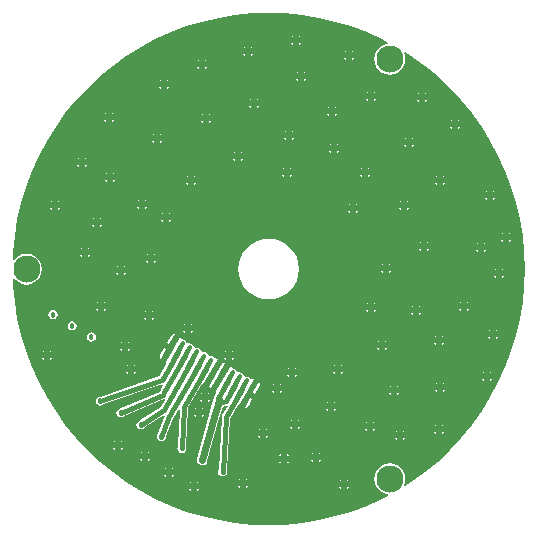
<source format=gtl>
G04*
G04 #@! TF.GenerationSoftware,Altium Limited,Altium Designer,20.1.14 (287)*
G04*
G04 Layer_Physical_Order=1*
G04 Layer_Color=255*
%FSLAX25Y25*%
%MOIN*%
G70*
G04*
G04 #@! TF.SameCoordinates,B8DE9612-172B-4E27-A0E0-44EA1AA92255*
G04*
G04*
G04 #@! TF.FilePolarity,Positive*
G04*
G01*
G75*
G04:AMPARAMS|DCode=12|XSize=15.75mil|YSize=80mil|CornerRadius=3.94mil|HoleSize=0mil|Usage=FLASHONLY|Rotation=150.000|XOffset=0mil|YOffset=0mil|HoleType=Round|Shape=RoundedRectangle|*
%AMROUNDEDRECTD12*
21,1,0.01575,0.07213,0,0,150.0*
21,1,0.00787,0.08000,0,0,150.0*
1,1,0.00787,0.01462,0.03320*
1,1,0.00787,0.02144,0.02926*
1,1,0.00787,-0.01462,-0.03320*
1,1,0.00787,-0.02144,-0.02926*
%
%ADD12ROUNDEDRECTD12*%
%ADD16C,0.02362*%
%ADD17C,0.01500*%
%ADD18C,0.01800*%
%ADD19C,0.09055*%
G36*
X5584Y85202D02*
X11145Y84654D01*
X16658Y83744D01*
X22099Y82476D01*
X27446Y80853D01*
X32675Y78885D01*
X37765Y76579D01*
X39789Y75498D01*
X39695Y74981D01*
X39016Y74891D01*
X37768Y74375D01*
X36697Y73553D01*
X35875Y72482D01*
X35359Y71234D01*
X35182Y69896D01*
X35359Y68557D01*
X35875Y67310D01*
X36697Y66239D01*
X37768Y65417D01*
X39016Y64900D01*
X40354Y64724D01*
X41693Y64900D01*
X42940Y65417D01*
X44011Y66239D01*
X44833Y67310D01*
X45350Y68557D01*
X45526Y69896D01*
X45350Y71234D01*
X45088Y71867D01*
X45488Y72207D01*
X47437Y70995D01*
X51979Y67740D01*
X56298Y64196D01*
X60376Y60376D01*
X64196Y56298D01*
X67740Y51979D01*
X70995Y47437D01*
X73945Y42692D01*
X76579Y37765D01*
X78885Y32675D01*
X80853Y27446D01*
X82476Y22099D01*
X83744Y16658D01*
X84654Y11145D01*
X85202Y5584D01*
X85385Y0D01*
X85202Y-5584D01*
X84654Y-11145D01*
X83744Y-16658D01*
X82476Y-22099D01*
X80853Y-27446D01*
X78885Y-32675D01*
X76579Y-37765D01*
X73945Y-42693D01*
X70995Y-47437D01*
X67740Y-51979D01*
X64196Y-56298D01*
X60376Y-60376D01*
X56298Y-64196D01*
X51979Y-67740D01*
X47437Y-70995D01*
X45488Y-72207D01*
X45088Y-71867D01*
X45350Y-71234D01*
X45526Y-69896D01*
X45350Y-68557D01*
X44833Y-67310D01*
X44011Y-66239D01*
X42940Y-65417D01*
X41693Y-64900D01*
X40354Y-64724D01*
X39016Y-64900D01*
X37768Y-65417D01*
X36697Y-66239D01*
X35875Y-67310D01*
X35359Y-68557D01*
X35182Y-69896D01*
X35359Y-71234D01*
X35875Y-72482D01*
X36697Y-73553D01*
X37768Y-74375D01*
X39016Y-74891D01*
X39695Y-74981D01*
X39789Y-75497D01*
X37765Y-76579D01*
X32675Y-78885D01*
X27446Y-80853D01*
X22099Y-82476D01*
X16658Y-83744D01*
X11145Y-84654D01*
X5584Y-85202D01*
X0Y-85385D01*
X-5584Y-85202D01*
X-11145Y-84654D01*
X-16658Y-83744D01*
X-22099Y-82476D01*
X-27446Y-80853D01*
X-32675Y-78885D01*
X-37765Y-76579D01*
X-42692Y-73945D01*
X-47437Y-70995D01*
X-51979Y-67740D01*
X-56298Y-64196D01*
X-60376Y-60376D01*
X-64196Y-56298D01*
X-67740Y-51979D01*
X-70995Y-47437D01*
X-73945Y-42692D01*
X-76579Y-37765D01*
X-78885Y-32675D01*
X-80853Y-27446D01*
X-82476Y-22099D01*
X-83744Y-16658D01*
X-84654Y-11145D01*
X-85202Y-5584D01*
X-85277Y-3291D01*
X-84783Y-3114D01*
X-84366Y-3657D01*
X-83295Y-4479D01*
X-82047Y-4996D01*
X-80709Y-5172D01*
X-79370Y-4996D01*
X-78123Y-4479D01*
X-77052Y-3657D01*
X-76230Y-2586D01*
X-75713Y-1339D01*
X-75537Y0D01*
X-75713Y1339D01*
X-76230Y2586D01*
X-77052Y3657D01*
X-78123Y4479D01*
X-79370Y4996D01*
X-80709Y5172D01*
X-82047Y4996D01*
X-83295Y4479D01*
X-84366Y3657D01*
X-84783Y3114D01*
X-85277Y3291D01*
X-85202Y5584D01*
X-84654Y11145D01*
X-83744Y16658D01*
X-82476Y22099D01*
X-80853Y27446D01*
X-78885Y32675D01*
X-76579Y37765D01*
X-73945Y42692D01*
X-70995Y47437D01*
X-67740Y51979D01*
X-64196Y56298D01*
X-60376Y60376D01*
X-56298Y64196D01*
X-51979Y67740D01*
X-47437Y70995D01*
X-42692Y73945D01*
X-37765Y76579D01*
X-32675Y78885D01*
X-27446Y80853D01*
X-22099Y82476D01*
X-16658Y83744D01*
X-11145Y84654D01*
X-5584Y85202D01*
X0Y85385D01*
X5584Y85202D01*
D02*
G37*
%LPC*%
G36*
X10233Y77895D02*
Y77278D01*
X10850D01*
X10603Y77648D01*
X10233Y77895D01*
D02*
G37*
G36*
X8233D02*
X7863Y77648D01*
X7616Y77278D01*
X8233D01*
Y77895D01*
D02*
G37*
G36*
X10850Y75278D02*
X10233D01*
Y74661D01*
X10603Y74908D01*
X10850Y75278D01*
D02*
G37*
G36*
X8233D02*
X7616D01*
X7863Y74908D01*
X8233Y74661D01*
Y75278D01*
D02*
G37*
G36*
X-5767Y74395D02*
Y73778D01*
X-5150D01*
X-5397Y74147D01*
X-5767Y74395D01*
D02*
G37*
G36*
X-7767D02*
X-8137Y74147D01*
X-8384Y73778D01*
X-7767D01*
Y74395D01*
D02*
G37*
G36*
X27733Y72895D02*
Y72278D01*
X28350D01*
X28103Y72648D01*
X27733Y72895D01*
D02*
G37*
G36*
X25733D02*
X25363Y72648D01*
X25116Y72278D01*
X25733D01*
Y72895D01*
D02*
G37*
G36*
X-5150Y71778D02*
X-5767D01*
Y71161D01*
X-5397Y71408D01*
X-5150Y71778D01*
D02*
G37*
G36*
X-7767D02*
X-8384D01*
X-8137Y71408D01*
X-7767Y71161D01*
Y71778D01*
D02*
G37*
G36*
X28350Y70278D02*
X27733D01*
Y69661D01*
X28103Y69908D01*
X28350Y70278D01*
D02*
G37*
G36*
X25733D02*
X25116D01*
X25363Y69908D01*
X25733Y69661D01*
Y70278D01*
D02*
G37*
G36*
X-21267Y69895D02*
Y69278D01*
X-20650D01*
X-20897Y69648D01*
X-21267Y69895D01*
D02*
G37*
G36*
X-23267D02*
X-23637Y69648D01*
X-23884Y69278D01*
X-23267D01*
Y69895D01*
D02*
G37*
G36*
X-20650Y67278D02*
X-21267D01*
Y66661D01*
X-20897Y66908D01*
X-20650Y67278D01*
D02*
G37*
G36*
X-23267D02*
X-23884D01*
X-23637Y66908D01*
X-23267Y66661D01*
Y67278D01*
D02*
G37*
G36*
X11733Y65895D02*
Y65278D01*
X12350D01*
X12103Y65648D01*
X11733Y65895D01*
D02*
G37*
G36*
X9733D02*
X9363Y65648D01*
X9116Y65278D01*
X9733D01*
Y65895D01*
D02*
G37*
G36*
X-33767Y63395D02*
Y62778D01*
X-33150D01*
X-33397Y63147D01*
X-33767Y63395D01*
D02*
G37*
G36*
X-35767D02*
X-36137Y63147D01*
X-36384Y62778D01*
X-35767D01*
Y63395D01*
D02*
G37*
G36*
X12350Y63278D02*
X11733D01*
Y62661D01*
X12103Y62908D01*
X12350Y63278D01*
D02*
G37*
G36*
X9733D02*
X9116D01*
X9363Y62908D01*
X9733Y62661D01*
Y63278D01*
D02*
G37*
G36*
X-33150Y60778D02*
X-33767D01*
Y60161D01*
X-33397Y60408D01*
X-33150Y60778D01*
D02*
G37*
G36*
X-35767D02*
X-36384D01*
X-36137Y60408D01*
X-35767Y60161D01*
Y60778D01*
D02*
G37*
G36*
X35233Y59395D02*
Y58778D01*
X35850D01*
X35603Y59148D01*
X35233Y59395D01*
D02*
G37*
G36*
X33233D02*
X32863Y59148D01*
X32616Y58778D01*
X33233D01*
Y59395D01*
D02*
G37*
G36*
X52233Y58895D02*
Y58278D01*
X52850D01*
X52603Y58648D01*
X52233Y58895D01*
D02*
G37*
G36*
X50233D02*
X49863Y58648D01*
X49616Y58278D01*
X50233D01*
Y58895D01*
D02*
G37*
G36*
X-3767Y56895D02*
Y56278D01*
X-3150D01*
X-3397Y56647D01*
X-3767Y56895D01*
D02*
G37*
G36*
X-5767D02*
X-6137Y56647D01*
X-6384Y56278D01*
X-5767D01*
Y56895D01*
D02*
G37*
G36*
X35850Y56778D02*
X35233D01*
Y56161D01*
X35603Y56408D01*
X35850Y56778D01*
D02*
G37*
G36*
X33233D02*
X32616D01*
X32863Y56408D01*
X33233Y56161D01*
Y56778D01*
D02*
G37*
G36*
X52850Y56278D02*
X52233D01*
Y55661D01*
X52603Y55908D01*
X52850Y56278D01*
D02*
G37*
G36*
X50233D02*
X49616D01*
X49863Y55908D01*
X50233Y55661D01*
Y56278D01*
D02*
G37*
G36*
X22233Y54395D02*
Y53778D01*
X22850D01*
X22603Y54147D01*
X22233Y54395D01*
D02*
G37*
G36*
X20233D02*
X19863Y54147D01*
X19616Y53778D01*
X20233D01*
Y54395D01*
D02*
G37*
G36*
X-3150Y54278D02*
X-3767D01*
Y53661D01*
X-3397Y53908D01*
X-3150Y54278D01*
D02*
G37*
G36*
X-5767D02*
X-6384D01*
X-6137Y53908D01*
X-5767Y53661D01*
Y54278D01*
D02*
G37*
G36*
X-52267Y52395D02*
Y51778D01*
X-51650D01*
X-51897Y52148D01*
X-52267Y52395D01*
D02*
G37*
G36*
X-54267D02*
X-54637Y52148D01*
X-54884Y51778D01*
X-54267D01*
Y52395D01*
D02*
G37*
G36*
X-19767Y51895D02*
Y51278D01*
X-19150D01*
X-19397Y51648D01*
X-19767Y51895D01*
D02*
G37*
G36*
X-21767D02*
X-22137Y51648D01*
X-22384Y51278D01*
X-21767D01*
Y51895D01*
D02*
G37*
G36*
X22850Y51778D02*
X22233D01*
Y51161D01*
X22603Y51408D01*
X22850Y51778D01*
D02*
G37*
G36*
X20233D02*
X19616D01*
X19863Y51408D01*
X20233Y51161D01*
Y51778D01*
D02*
G37*
G36*
X63233Y49895D02*
Y49278D01*
X63850D01*
X63603Y49648D01*
X63233Y49895D01*
D02*
G37*
G36*
X61233D02*
X60863Y49648D01*
X60616Y49278D01*
X61233D01*
Y49895D01*
D02*
G37*
G36*
X-51650Y49778D02*
X-52267D01*
Y49161D01*
X-51897Y49408D01*
X-51650Y49778D01*
D02*
G37*
G36*
X-54267D02*
X-54884D01*
X-54637Y49408D01*
X-54267Y49161D01*
Y49778D01*
D02*
G37*
G36*
X-19150Y49278D02*
X-19767D01*
Y48661D01*
X-19397Y48908D01*
X-19150Y49278D01*
D02*
G37*
G36*
X-21767D02*
X-22384D01*
X-22137Y48908D01*
X-21767Y48661D01*
Y49278D01*
D02*
G37*
G36*
X63850Y47278D02*
X63233D01*
Y46661D01*
X63603Y46908D01*
X63850Y47278D01*
D02*
G37*
G36*
X61233D02*
X60616D01*
X60863Y46908D01*
X61233Y46661D01*
Y47278D01*
D02*
G37*
G36*
X7733Y46395D02*
Y45778D01*
X8350D01*
X8103Y46148D01*
X7733Y46395D01*
D02*
G37*
G36*
X5733D02*
X5363Y46148D01*
X5116Y45778D01*
X5733D01*
Y46395D01*
D02*
G37*
G36*
X-36267Y45395D02*
Y44778D01*
X-35650D01*
X-35897Y45147D01*
X-36267Y45395D01*
D02*
G37*
G36*
X-38267D02*
X-38637Y45147D01*
X-38884Y44778D01*
X-38267D01*
Y45395D01*
D02*
G37*
G36*
X47733Y43895D02*
Y43278D01*
X48350D01*
X48103Y43648D01*
X47733Y43895D01*
D02*
G37*
G36*
X45733D02*
X45363Y43648D01*
X45116Y43278D01*
X45733D01*
Y43895D01*
D02*
G37*
G36*
X8350Y43778D02*
X7733D01*
Y43161D01*
X8103Y43408D01*
X8350Y43778D01*
D02*
G37*
G36*
X5733D02*
X5116D01*
X5363Y43408D01*
X5733Y43161D01*
Y43778D01*
D02*
G37*
G36*
X-35650Y42778D02*
X-36267D01*
Y42161D01*
X-35897Y42408D01*
X-35650Y42778D01*
D02*
G37*
G36*
X-38267D02*
X-38884D01*
X-38637Y42408D01*
X-38267Y42161D01*
Y42778D01*
D02*
G37*
G36*
X22733Y41895D02*
Y41278D01*
X23350D01*
X23103Y41647D01*
X22733Y41895D01*
D02*
G37*
G36*
X20733D02*
X20363Y41647D01*
X20116Y41278D01*
X20733D01*
Y41895D01*
D02*
G37*
G36*
X48350Y41278D02*
X47733D01*
Y40661D01*
X48103Y40908D01*
X48350Y41278D01*
D02*
G37*
G36*
X45733D02*
X45116D01*
X45363Y40908D01*
X45733Y40661D01*
Y41278D01*
D02*
G37*
G36*
X-9267Y39395D02*
Y38778D01*
X-8650D01*
X-8897Y39147D01*
X-9267Y39395D01*
D02*
G37*
G36*
X-11267D02*
X-11637Y39147D01*
X-11884Y38778D01*
X-11267D01*
Y39395D01*
D02*
G37*
G36*
X23350Y39278D02*
X22733D01*
Y38661D01*
X23103Y38908D01*
X23350Y39278D01*
D02*
G37*
G36*
X20733D02*
X20116D01*
X20363Y38908D01*
X20733Y38661D01*
Y39278D01*
D02*
G37*
G36*
X-61267Y37395D02*
Y36778D01*
X-60650D01*
X-60897Y37148D01*
X-61267Y37395D01*
D02*
G37*
G36*
X-63267D02*
X-63637Y37148D01*
X-63884Y36778D01*
X-63267D01*
Y37395D01*
D02*
G37*
G36*
X-8650Y36778D02*
X-9267D01*
Y36161D01*
X-8897Y36408D01*
X-8650Y36778D01*
D02*
G37*
G36*
X-11267D02*
X-11884D01*
X-11637Y36408D01*
X-11267Y36161D01*
Y36778D01*
D02*
G37*
G36*
X-60650Y34778D02*
X-61267D01*
Y34161D01*
X-60897Y34408D01*
X-60650Y34778D01*
D02*
G37*
G36*
X-63267D02*
X-63884D01*
X-63637Y34408D01*
X-63267Y34161D01*
Y34778D01*
D02*
G37*
G36*
X33233Y33895D02*
Y33278D01*
X33850D01*
X33603Y33648D01*
X33233Y33895D01*
D02*
G37*
G36*
X31233D02*
X30863Y33648D01*
X30616Y33278D01*
X31233D01*
Y33895D01*
D02*
G37*
G36*
X7233D02*
Y33278D01*
X7850D01*
X7603Y33648D01*
X7233Y33895D01*
D02*
G37*
G36*
X5233D02*
X4863Y33648D01*
X4616Y33278D01*
X5233D01*
Y33895D01*
D02*
G37*
G36*
X-51767Y32395D02*
Y31778D01*
X-51150D01*
X-51397Y32147D01*
X-51767Y32395D01*
D02*
G37*
G36*
X-53767D02*
X-54137Y32147D01*
X-54384Y31778D01*
X-53767D01*
Y32395D01*
D02*
G37*
G36*
X58233Y31395D02*
Y30778D01*
X58850D01*
X58603Y31148D01*
X58233Y31395D01*
D02*
G37*
G36*
X56233D02*
X55863Y31148D01*
X55616Y30778D01*
X56233D01*
Y31395D01*
D02*
G37*
G36*
X-24767D02*
Y30778D01*
X-24150D01*
X-24397Y31148D01*
X-24767Y31395D01*
D02*
G37*
G36*
X-26767D02*
X-27137Y31148D01*
X-27384Y30778D01*
X-26767D01*
Y31395D01*
D02*
G37*
G36*
X33850Y31278D02*
X33233D01*
Y30661D01*
X33603Y30908D01*
X33850Y31278D01*
D02*
G37*
G36*
X31233D02*
X30616D01*
X30863Y30908D01*
X31233Y30661D01*
Y31278D01*
D02*
G37*
G36*
X7850D02*
X7233D01*
Y30661D01*
X7603Y30908D01*
X7850Y31278D01*
D02*
G37*
G36*
X5233D02*
X4616D01*
X4863Y30908D01*
X5233Y30661D01*
Y31278D01*
D02*
G37*
G36*
X-51150Y29778D02*
X-51767D01*
Y29161D01*
X-51397Y29408D01*
X-51150Y29778D01*
D02*
G37*
G36*
X-53767D02*
X-54384D01*
X-54137Y29408D01*
X-53767Y29161D01*
Y29778D01*
D02*
G37*
G36*
X58850Y28778D02*
X58233D01*
Y28161D01*
X58603Y28408D01*
X58850Y28778D01*
D02*
G37*
G36*
X56233D02*
X55616D01*
X55863Y28408D01*
X56233Y28161D01*
Y28778D01*
D02*
G37*
G36*
X-24150D02*
X-24767D01*
Y28161D01*
X-24397Y28408D01*
X-24150Y28778D01*
D02*
G37*
G36*
X-26767D02*
X-27384D01*
X-27137Y28408D01*
X-26767Y28161D01*
Y28778D01*
D02*
G37*
G36*
X74733Y26395D02*
Y25778D01*
X75350D01*
X75103Y26147D01*
X74733Y26395D01*
D02*
G37*
G36*
X72733D02*
X72363Y26147D01*
X72116Y25778D01*
X72733D01*
Y26395D01*
D02*
G37*
G36*
X75350Y23778D02*
X74733D01*
Y23161D01*
X75103Y23408D01*
X75350Y23778D01*
D02*
G37*
G36*
X72733D02*
X72116D01*
X72363Y23408D01*
X72733Y23161D01*
Y23778D01*
D02*
G37*
G36*
X-41267Y23395D02*
Y22778D01*
X-40650D01*
X-40897Y23147D01*
X-41267Y23395D01*
D02*
G37*
G36*
X-43267D02*
X-43637Y23147D01*
X-43884Y22778D01*
X-43267D01*
Y23395D01*
D02*
G37*
G36*
X46233Y22895D02*
Y22278D01*
X46850D01*
X46603Y22648D01*
X46233Y22895D01*
D02*
G37*
G36*
X44233D02*
X43863Y22648D01*
X43616Y22278D01*
X44233D01*
Y22895D01*
D02*
G37*
G36*
X-70267D02*
Y22278D01*
X-69650D01*
X-69897Y22648D01*
X-70267Y22895D01*
D02*
G37*
G36*
X-72267D02*
X-72637Y22648D01*
X-72884Y22278D01*
X-72267D01*
Y22895D01*
D02*
G37*
G36*
X29233Y21895D02*
Y21278D01*
X29850D01*
X29603Y21647D01*
X29233Y21895D01*
D02*
G37*
G36*
X27233D02*
X26863Y21647D01*
X26616Y21278D01*
X27233D01*
Y21895D01*
D02*
G37*
G36*
X-40650Y20778D02*
X-41267D01*
Y20161D01*
X-40897Y20408D01*
X-40650Y20778D01*
D02*
G37*
G36*
X-43267D02*
X-43884D01*
X-43637Y20408D01*
X-43267Y20161D01*
Y20778D01*
D02*
G37*
G36*
X-69650Y20278D02*
X-70267D01*
Y19661D01*
X-69897Y19908D01*
X-69650Y20278D01*
D02*
G37*
G36*
X-72267D02*
X-72884D01*
X-72637Y19908D01*
X-72267Y19661D01*
Y20278D01*
D02*
G37*
G36*
X46850D02*
X46233D01*
Y19661D01*
X46603Y19908D01*
X46850Y20278D01*
D02*
G37*
G36*
X44233D02*
X43616D01*
X43863Y19908D01*
X44233Y19661D01*
Y20278D01*
D02*
G37*
G36*
X29850Y19278D02*
X29233D01*
Y18661D01*
X29603Y18908D01*
X29850Y19278D01*
D02*
G37*
G36*
X27233D02*
X26616D01*
X26863Y18908D01*
X27233Y18661D01*
Y19278D01*
D02*
G37*
G36*
X-33267Y18895D02*
Y18278D01*
X-32650D01*
X-32897Y18647D01*
X-33267Y18895D01*
D02*
G37*
G36*
X-35267D02*
X-35637Y18647D01*
X-35884Y18278D01*
X-35267D01*
Y18895D01*
D02*
G37*
G36*
X-56267Y17395D02*
Y16778D01*
X-55650D01*
X-55897Y17147D01*
X-56267Y17395D01*
D02*
G37*
G36*
X-58267D02*
X-58637Y17147D01*
X-58884Y16778D01*
X-58267D01*
Y17395D01*
D02*
G37*
G36*
X-32650Y16278D02*
X-33267D01*
Y15661D01*
X-32897Y15908D01*
X-32650Y16278D01*
D02*
G37*
G36*
X-35267D02*
X-35884D01*
X-35637Y15908D01*
X-35267Y15661D01*
Y16278D01*
D02*
G37*
G36*
X-55650Y14778D02*
X-56267D01*
Y14161D01*
X-55897Y14408D01*
X-55650Y14778D01*
D02*
G37*
G36*
X-58267D02*
X-58884D01*
X-58637Y14408D01*
X-58267Y14161D01*
Y14778D01*
D02*
G37*
G36*
X80233Y12395D02*
Y11778D01*
X80850D01*
X80603Y12148D01*
X80233Y12395D01*
D02*
G37*
G36*
X78233D02*
X77863Y12148D01*
X77616Y11778D01*
X78233D01*
Y12395D01*
D02*
G37*
G36*
X80850Y9778D02*
X80233D01*
Y9161D01*
X80603Y9408D01*
X80850Y9778D01*
D02*
G37*
G36*
X78233D02*
X77616D01*
X77863Y9408D01*
X78233Y9161D01*
Y9778D01*
D02*
G37*
G36*
X52733Y9395D02*
Y8778D01*
X53350D01*
X53103Y9148D01*
X52733Y9395D01*
D02*
G37*
G36*
X50733D02*
X50363Y9148D01*
X50116Y8778D01*
X50733D01*
Y9395D01*
D02*
G37*
G36*
X71733Y8895D02*
Y8278D01*
X72350D01*
X72103Y8647D01*
X71733Y8895D01*
D02*
G37*
G36*
X69733D02*
X69363Y8647D01*
X69116Y8278D01*
X69733D01*
Y8895D01*
D02*
G37*
G36*
X-60267Y7395D02*
Y6778D01*
X-59650D01*
X-59897Y7147D01*
X-60267Y7395D01*
D02*
G37*
G36*
X-62267D02*
X-62637Y7147D01*
X-62884Y6778D01*
X-62267D01*
Y7395D01*
D02*
G37*
G36*
X53350Y6778D02*
X52733D01*
Y6161D01*
X53103Y6408D01*
X53350Y6778D01*
D02*
G37*
G36*
X50733D02*
X50116D01*
X50363Y6408D01*
X50733Y6161D01*
Y6778D01*
D02*
G37*
G36*
X72350Y6278D02*
X71733D01*
Y5661D01*
X72103Y5908D01*
X72350Y6278D01*
D02*
G37*
G36*
X69733D02*
X69116D01*
X69363Y5908D01*
X69733Y5661D01*
Y6278D01*
D02*
G37*
G36*
X-38267Y5395D02*
Y4778D01*
X-37650D01*
X-37897Y5147D01*
X-38267Y5395D01*
D02*
G37*
G36*
X-40267D02*
X-40637Y5147D01*
X-40884Y4778D01*
X-40267D01*
Y5395D01*
D02*
G37*
G36*
X-59650Y4778D02*
X-60267D01*
Y4161D01*
X-59897Y4408D01*
X-59650Y4778D01*
D02*
G37*
G36*
X-62267D02*
X-62884D01*
X-62637Y4408D01*
X-62267Y4161D01*
Y4778D01*
D02*
G37*
G36*
X-37650Y2778D02*
X-38267D01*
Y2161D01*
X-37897Y2408D01*
X-37650Y2778D01*
D02*
G37*
G36*
X-40267D02*
X-40884D01*
X-40637Y2408D01*
X-40267Y2161D01*
Y2778D01*
D02*
G37*
G36*
X40233Y1895D02*
Y1278D01*
X40850D01*
X40603Y1647D01*
X40233Y1895D01*
D02*
G37*
G36*
X38233D02*
X37863Y1647D01*
X37616Y1278D01*
X38233D01*
Y1895D01*
D02*
G37*
G36*
X-48267Y1395D02*
Y778D01*
X-47650D01*
X-47897Y1147D01*
X-48267Y1395D01*
D02*
G37*
G36*
X-50267D02*
X-50637Y1147D01*
X-50884Y778D01*
X-50267D01*
Y1395D01*
D02*
G37*
G36*
X77733Y395D02*
Y-222D01*
X78350D01*
X78103Y148D01*
X77733Y395D01*
D02*
G37*
G36*
X75733D02*
X75363Y148D01*
X75116Y-222D01*
X75733D01*
Y395D01*
D02*
G37*
G36*
X40850Y-722D02*
X40233D01*
Y-1339D01*
X40603Y-1092D01*
X40850Y-722D01*
D02*
G37*
G36*
X38233D02*
X37616D01*
X37863Y-1092D01*
X38233Y-1339D01*
Y-722D01*
D02*
G37*
G36*
X-47650Y-1222D02*
X-48267D01*
Y-1839D01*
X-47897Y-1592D01*
X-47650Y-1222D01*
D02*
G37*
G36*
X-50267D02*
X-50884D01*
X-50637Y-1592D01*
X-50267Y-1839D01*
Y-1222D01*
D02*
G37*
G36*
X78350Y-2222D02*
X77733D01*
Y-2839D01*
X78103Y-2592D01*
X78350Y-2222D01*
D02*
G37*
G36*
X75733D02*
X75116D01*
X75363Y-2592D01*
X75733Y-2839D01*
Y-2222D01*
D02*
G37*
G36*
X0Y10132D02*
X-1977Y9937D01*
X-3877Y9361D01*
X-5629Y8424D01*
X-7164Y7164D01*
X-8424Y5629D01*
X-9361Y3877D01*
X-9937Y1977D01*
X-10132Y0D01*
X-9937Y-1977D01*
X-9361Y-3877D01*
X-8424Y-5629D01*
X-7164Y-7164D01*
X-5629Y-8424D01*
X-3877Y-9361D01*
X-1977Y-9937D01*
X0Y-10132D01*
X1977Y-9937D01*
X3877Y-9361D01*
X5629Y-8424D01*
X7164Y-7164D01*
X8424Y-5629D01*
X9361Y-3877D01*
X9937Y-1977D01*
X10132Y0D01*
X9937Y1977D01*
X9361Y3877D01*
X8424Y5629D01*
X7164Y7164D01*
X5629Y8424D01*
X3877Y9361D01*
X1977Y9937D01*
X0Y10132D01*
D02*
G37*
G36*
X66233Y-10605D02*
Y-11222D01*
X66850D01*
X66603Y-10853D01*
X66233Y-10605D01*
D02*
G37*
G36*
X64233D02*
X63863Y-10853D01*
X63616Y-11222D01*
X64233D01*
Y-10605D01*
D02*
G37*
G36*
X-54767D02*
Y-11222D01*
X-54150D01*
X-54397Y-10853D01*
X-54767Y-10605D01*
D02*
G37*
G36*
X-56767D02*
X-57137Y-10853D01*
X-57384Y-11222D01*
X-56767D01*
Y-10605D01*
D02*
G37*
G36*
X35233Y-11105D02*
Y-11722D01*
X35850D01*
X35603Y-11353D01*
X35233Y-11105D01*
D02*
G37*
G36*
X33233D02*
X32863Y-11353D01*
X32616Y-11722D01*
X33233D01*
Y-11105D01*
D02*
G37*
G36*
X50233Y-12105D02*
Y-12722D01*
X50850D01*
X50603Y-12353D01*
X50233Y-12105D01*
D02*
G37*
G36*
X48233D02*
X47863Y-12353D01*
X47616Y-12722D01*
X48233D01*
Y-12105D01*
D02*
G37*
G36*
X66850Y-13222D02*
X66233D01*
Y-13839D01*
X66603Y-13592D01*
X66850Y-13222D01*
D02*
G37*
G36*
X64233D02*
X63616D01*
X63863Y-13592D01*
X64233Y-13839D01*
Y-13222D01*
D02*
G37*
G36*
X-54150D02*
X-54767D01*
Y-13839D01*
X-54397Y-13592D01*
X-54150Y-13222D01*
D02*
G37*
G36*
X-56767D02*
X-57384D01*
X-57137Y-13592D01*
X-56767Y-13839D01*
Y-13222D01*
D02*
G37*
G36*
X-38767Y-13605D02*
Y-14222D01*
X-38150D01*
X-38397Y-13852D01*
X-38767Y-13605D01*
D02*
G37*
G36*
X-40767D02*
X-41137Y-13852D01*
X-41384Y-14222D01*
X-40767D01*
Y-13605D01*
D02*
G37*
G36*
X35850Y-13722D02*
X35233D01*
Y-14339D01*
X35603Y-14092D01*
X35850Y-13722D01*
D02*
G37*
G36*
X33233D02*
X32616D01*
X32863Y-14092D01*
X33233Y-14339D01*
Y-13722D01*
D02*
G37*
G36*
X50850Y-14722D02*
X50233D01*
Y-15339D01*
X50603Y-15092D01*
X50850Y-14722D01*
D02*
G37*
G36*
X48233D02*
X47616D01*
X47863Y-15092D01*
X48233Y-15339D01*
Y-14722D01*
D02*
G37*
G36*
X-71901Y-13657D02*
X-72487Y-13773D01*
X-72983Y-14105D01*
X-73314Y-14601D01*
X-73431Y-15186D01*
X-73314Y-15772D01*
X-72983Y-16268D01*
X-72487Y-16599D01*
X-71901Y-16716D01*
X-71316Y-16599D01*
X-70820Y-16268D01*
X-70488Y-15772D01*
X-70372Y-15186D01*
X-70488Y-14601D01*
X-70820Y-14105D01*
X-71316Y-13773D01*
X-71901Y-13657D01*
D02*
G37*
G36*
X-38150Y-16222D02*
X-38767D01*
Y-16839D01*
X-38397Y-16592D01*
X-38150Y-16222D01*
D02*
G37*
G36*
X-40767D02*
X-41384D01*
X-41137Y-16592D01*
X-40767Y-16839D01*
Y-16222D01*
D02*
G37*
G36*
X-25767Y-18105D02*
Y-18722D01*
X-25150D01*
X-25397Y-18352D01*
X-25767Y-18105D01*
D02*
G37*
G36*
X-27767D02*
X-28137Y-18352D01*
X-28384Y-18722D01*
X-27767D01*
Y-18105D01*
D02*
G37*
G36*
X-65477Y-17376D02*
X-66062Y-17492D01*
X-66559Y-17824D01*
X-66890Y-18320D01*
X-67007Y-18905D01*
X-66890Y-19491D01*
X-66559Y-19987D01*
X-66062Y-20319D01*
X-65477Y-20435D01*
X-64892Y-20319D01*
X-64396Y-19987D01*
X-64064Y-19491D01*
X-63948Y-18905D01*
X-64064Y-18320D01*
X-64396Y-17824D01*
X-64892Y-17492D01*
X-65477Y-17376D01*
D02*
G37*
G36*
X75733Y-20105D02*
Y-20722D01*
X76350D01*
X76103Y-20353D01*
X75733Y-20105D01*
D02*
G37*
G36*
X73733D02*
X73363Y-20353D01*
X73116Y-20722D01*
X73733D01*
Y-20105D01*
D02*
G37*
G36*
X-25150Y-20722D02*
X-25767D01*
Y-21339D01*
X-25397Y-21092D01*
X-25150Y-20722D01*
D02*
G37*
G36*
X-27767D02*
X-28384D01*
X-28137Y-21092D01*
X-27767Y-21339D01*
Y-20722D01*
D02*
G37*
G36*
X57733Y-22105D02*
Y-22722D01*
X58350D01*
X58103Y-22353D01*
X57733Y-22105D01*
D02*
G37*
G36*
X55733D02*
X55363Y-22353D01*
X55116Y-22722D01*
X55733D01*
Y-22105D01*
D02*
G37*
G36*
X76350Y-22722D02*
X75733D01*
Y-23339D01*
X76103Y-23092D01*
X76350Y-22722D01*
D02*
G37*
G36*
X73733D02*
X73116D01*
X73363Y-23092D01*
X73733Y-23339D01*
Y-22722D01*
D02*
G37*
G36*
X-59052Y-21142D02*
X-59637Y-21258D01*
X-60134Y-21590D01*
X-60465Y-22086D01*
X-60581Y-22671D01*
X-60465Y-23256D01*
X-60134Y-23753D01*
X-59637Y-24084D01*
X-59052Y-24201D01*
X-58467Y-24084D01*
X-57971Y-23753D01*
X-57639Y-23256D01*
X-57523Y-22671D01*
X-57639Y-22086D01*
X-57971Y-21590D01*
X-58467Y-21258D01*
X-59052Y-21142D01*
D02*
G37*
G36*
X38733Y-23605D02*
Y-24222D01*
X39350D01*
X39103Y-23853D01*
X38733Y-23605D01*
D02*
G37*
G36*
X36733D02*
X36363Y-23853D01*
X36116Y-24222D01*
X36733D01*
Y-23605D01*
D02*
G37*
G36*
X-46767Y-24105D02*
Y-24722D01*
X-46150D01*
X-46397Y-24352D01*
X-46767Y-24105D01*
D02*
G37*
G36*
X-48767D02*
X-49137Y-24352D01*
X-49384Y-24722D01*
X-48767D01*
Y-24105D01*
D02*
G37*
G36*
X-31143Y-21624D02*
X-31621Y-21656D01*
X-32118Y-21901D01*
X-32484Y-22318D01*
X-33787Y-24575D01*
X-33082Y-24982D01*
X-31143Y-21624D01*
D02*
G37*
G36*
X58350Y-24722D02*
X57733D01*
Y-25339D01*
X58103Y-25092D01*
X58350Y-24722D01*
D02*
G37*
G36*
X55733D02*
X55116D01*
X55363Y-25092D01*
X55733Y-25339D01*
Y-24722D01*
D02*
G37*
G36*
X39350Y-26222D02*
X38733D01*
Y-26839D01*
X39103Y-26592D01*
X39350Y-26222D01*
D02*
G37*
G36*
X36733D02*
X36116D01*
X36363Y-26592D01*
X36733Y-26839D01*
Y-26222D01*
D02*
G37*
G36*
X-46150Y-26722D02*
X-46767D01*
Y-27339D01*
X-46397Y-27092D01*
X-46150Y-26722D01*
D02*
G37*
G36*
X-48767D02*
X-49384D01*
X-49137Y-27092D01*
X-48767Y-27339D01*
Y-26722D01*
D02*
G37*
G36*
X-12267Y-27105D02*
Y-27722D01*
X-11650D01*
X-11897Y-27352D01*
X-12267Y-27105D01*
D02*
G37*
G36*
X-14267D02*
X-14637Y-27352D01*
X-14884Y-27722D01*
X-14267D01*
Y-27105D01*
D02*
G37*
G36*
X-72767D02*
Y-27722D01*
X-72150D01*
X-72397Y-27352D01*
X-72767Y-27105D01*
D02*
G37*
G36*
X-74767D02*
X-75137Y-27352D01*
X-75384Y-27722D01*
X-74767D01*
Y-27105D01*
D02*
G37*
G36*
X-34787Y-26307D02*
X-36090Y-28564D01*
X-36269Y-29089D01*
X-36232Y-29642D01*
X-36020Y-30072D01*
X-34082Y-26714D01*
X-34787Y-26307D01*
D02*
G37*
G36*
X-11650Y-29722D02*
X-12267D01*
Y-30339D01*
X-11897Y-30092D01*
X-11650Y-29722D01*
D02*
G37*
G36*
X-14267D02*
X-14884D01*
X-14637Y-30092D01*
X-14267Y-30339D01*
Y-29722D01*
D02*
G37*
G36*
X-72150D02*
X-72767D01*
Y-30339D01*
X-72397Y-30092D01*
X-72150Y-29722D01*
D02*
G37*
G36*
X-74767D02*
X-75384D01*
X-75137Y-30092D01*
X-74767Y-30339D01*
Y-29722D01*
D02*
G37*
G36*
X24233Y-31605D02*
Y-32222D01*
X24850D01*
X24603Y-31852D01*
X24233Y-31605D01*
D02*
G37*
G36*
X22233D02*
X21863Y-31852D01*
X21616Y-32222D01*
X22233D01*
Y-31605D01*
D02*
G37*
G36*
X-44767D02*
Y-32222D01*
X-44150D01*
X-44397Y-31852D01*
X-44767Y-31605D01*
D02*
G37*
G36*
X-46767D02*
X-47137Y-31852D01*
X-47384Y-32222D01*
X-46767D01*
Y-31605D01*
D02*
G37*
G36*
X8733Y-32605D02*
Y-33222D01*
X9350D01*
X9103Y-32853D01*
X8733Y-32605D01*
D02*
G37*
G36*
X6733D02*
X6363Y-32853D01*
X6116Y-33222D01*
X6733D01*
Y-32605D01*
D02*
G37*
G36*
X73733Y-34105D02*
Y-34722D01*
X74350D01*
X74103Y-34352D01*
X73733Y-34105D01*
D02*
G37*
G36*
X71733D02*
X71363Y-34352D01*
X71116Y-34722D01*
X71733D01*
Y-34105D01*
D02*
G37*
G36*
X24850Y-34222D02*
X24233D01*
Y-34839D01*
X24603Y-34592D01*
X24850Y-34222D01*
D02*
G37*
G36*
X22233D02*
X21616D01*
X21863Y-34592D01*
X22233Y-34839D01*
Y-34222D01*
D02*
G37*
G36*
X-44150D02*
X-44767D01*
Y-34839D01*
X-44397Y-34592D01*
X-44150Y-34222D01*
D02*
G37*
G36*
X-46767D02*
X-47384D01*
X-47137Y-34592D01*
X-46767Y-34839D01*
Y-34222D01*
D02*
G37*
G36*
X9350Y-35222D02*
X8733D01*
Y-35839D01*
X9103Y-35592D01*
X9350Y-35222D01*
D02*
G37*
G36*
X6733D02*
X6116D01*
X6363Y-35592D01*
X6733Y-35839D01*
Y-35222D01*
D02*
G37*
G36*
X74350Y-36722D02*
X73733D01*
Y-37339D01*
X74103Y-37092D01*
X74350Y-36722D01*
D02*
G37*
G36*
X71733D02*
X71116D01*
X71363Y-37092D01*
X71733Y-37339D01*
Y-36722D01*
D02*
G37*
G36*
X58233Y-37605D02*
Y-38222D01*
X58850D01*
X58603Y-37852D01*
X58233Y-37605D01*
D02*
G37*
G36*
X56233D02*
X55863Y-37852D01*
X55616Y-38222D01*
X56233D01*
Y-37605D01*
D02*
G37*
G36*
X3733Y-38105D02*
Y-38722D01*
X4350D01*
X4103Y-38353D01*
X3733Y-38105D01*
D02*
G37*
G36*
X1733D02*
X1363Y-38353D01*
X1116Y-38722D01*
X1733D01*
Y-38105D01*
D02*
G37*
G36*
X42733Y-38605D02*
Y-39222D01*
X43350D01*
X43103Y-38853D01*
X42733Y-38605D01*
D02*
G37*
G36*
X40733D02*
X40363Y-38853D01*
X40116Y-39222D01*
X40733D01*
Y-38605D01*
D02*
G37*
G36*
X-15091Y-30892D02*
X-17529Y-35116D01*
X-19968Y-39340D01*
X-19515Y-39310D01*
X-19314Y-39718D01*
X-16875Y-35494D01*
X-14436Y-31270D01*
X-14890Y-31300D01*
X-15091Y-30892D01*
D02*
G37*
G36*
X58850Y-40222D02*
X58233D01*
Y-40839D01*
X58603Y-40592D01*
X58850Y-40222D01*
D02*
G37*
G36*
X56233D02*
X55616D01*
X55863Y-40592D01*
X56233Y-40839D01*
Y-40222D01*
D02*
G37*
G36*
X4350Y-40722D02*
X3733D01*
Y-41339D01*
X4103Y-41092D01*
X4350Y-40722D01*
D02*
G37*
G36*
X1733D02*
X1116D01*
X1363Y-41092D01*
X1733Y-41339D01*
Y-40722D01*
D02*
G37*
G36*
X-3157Y-37782D02*
X-5096Y-41140D01*
X-4391Y-41547D01*
X-3087Y-39290D01*
X-2909Y-38765D01*
X-2945Y-38212D01*
X-3157Y-37782D01*
D02*
G37*
G36*
X-20267Y-41105D02*
Y-41722D01*
X-19650D01*
X-19897Y-41352D01*
X-20267Y-41105D01*
D02*
G37*
G36*
X-22267D02*
X-22637Y-41352D01*
X-22884Y-41722D01*
X-22267D01*
Y-41105D01*
D02*
G37*
G36*
X43350Y-41222D02*
X42733D01*
Y-41839D01*
X43103Y-41592D01*
X43350Y-41222D01*
D02*
G37*
G36*
X40733D02*
X40116D01*
X40363Y-41592D01*
X40733Y-41839D01*
Y-41222D01*
D02*
G37*
G36*
X-19650Y-43722D02*
X-20267D01*
Y-44339D01*
X-19897Y-44092D01*
X-19650Y-43722D01*
D02*
G37*
G36*
X-22267D02*
X-22884D01*
X-22637Y-44092D01*
X-22267Y-44339D01*
Y-43722D01*
D02*
G37*
G36*
X21733Y-44105D02*
Y-44722D01*
X22350D01*
X22103Y-44352D01*
X21733Y-44105D01*
D02*
G37*
G36*
X19733D02*
X19363Y-44352D01*
X19116Y-44722D01*
X19733D01*
Y-44105D01*
D02*
G37*
G36*
X-12704Y-32270D02*
X-15143Y-36494D01*
X-17622Y-40787D01*
X-17395Y-41207D01*
X-18041Y-42338D01*
X-18043Y-42344D01*
X-18047Y-42349D01*
X-18128Y-42599D01*
X-18144Y-42646D01*
X-18313Y-42974D01*
X-18751Y-44496D01*
Y-44496D01*
X-19969Y-48732D01*
X-19970Y-48746D01*
X-19976Y-48758D01*
X-23898Y-63199D01*
X-23898Y-63200D01*
X-23899Y-63201D01*
X-23923Y-63554D01*
X-23947Y-63906D01*
X-23946Y-63907D01*
X-23947Y-63908D01*
X-23833Y-64244D01*
X-23721Y-64578D01*
X-23721Y-64578D01*
X-23720Y-64580D01*
X-23718Y-64583D01*
X-23252Y-65117D01*
X-22617Y-65432D01*
X-21910Y-65479D01*
X-21239Y-65253D01*
X-20705Y-64787D01*
X-20390Y-64152D01*
X-20389Y-64137D01*
X-16475Y-49723D01*
X-15357Y-45835D01*
X-14026Y-45320D01*
X-13682Y-45723D01*
X-15438Y-48754D01*
X-15454Y-48800D01*
X-15484Y-48839D01*
X-15540Y-49053D01*
X-15612Y-49262D01*
X-15608Y-49311D01*
X-15621Y-49358D01*
X-16712Y-66888D01*
X-16790Y-67004D01*
X-16906Y-67590D01*
X-16790Y-68175D01*
X-16458Y-68671D01*
X-15962Y-69003D01*
X-15376Y-69119D01*
X-14791Y-69003D01*
X-14295Y-68671D01*
X-13963Y-68175D01*
X-13847Y-67590D01*
X-13962Y-67014D01*
X-12894Y-49853D01*
X-10238Y-45271D01*
X-9829Y-45284D01*
X-9804Y-45293D01*
X-7328Y-41006D01*
X-4890Y-36782D01*
X-5368Y-36813D01*
X-5901Y-36585D01*
X-6198Y-36324D01*
X-6880Y-35930D01*
X-7254Y-35803D01*
X-7649Y-35829D01*
X-8113Y-35561D01*
X-8288Y-35207D01*
X-8585Y-34946D01*
X-9267Y-34552D01*
X-9641Y-34425D01*
X-10035Y-34451D01*
X-10499Y-34183D01*
X-10674Y-33829D01*
X-10971Y-33568D01*
X-11653Y-33174D01*
X-12028Y-33047D01*
X-12492Y-32700D01*
X-12704Y-32270D01*
D02*
G37*
G36*
X-6096Y-42872D02*
X-8035Y-46230D01*
X-7557Y-46198D01*
X-7059Y-45953D01*
X-6694Y-45536D01*
X-5390Y-43279D01*
X-6096Y-42872D01*
D02*
G37*
G36*
X-22267Y-46105D02*
Y-46722D01*
X-21650D01*
X-21897Y-46352D01*
X-22267Y-46105D01*
D02*
G37*
G36*
X-24267D02*
X-24637Y-46352D01*
X-24884Y-46722D01*
X-24267D01*
Y-46105D01*
D02*
G37*
G36*
X22350Y-46722D02*
X21733D01*
Y-47339D01*
X22103Y-47092D01*
X22350Y-46722D01*
D02*
G37*
G36*
X19733D02*
X19116D01*
X19363Y-47092D01*
X19733Y-47339D01*
Y-46722D01*
D02*
G37*
G36*
X-21650Y-48722D02*
X-22267D01*
Y-49339D01*
X-21897Y-49092D01*
X-21650Y-48722D01*
D02*
G37*
G36*
X-24267D02*
X-24884D01*
X-24637Y-49092D01*
X-24267Y-49339D01*
Y-48722D01*
D02*
G37*
G36*
X9733Y-50105D02*
Y-50722D01*
X10350D01*
X10103Y-50353D01*
X9733Y-50105D01*
D02*
G37*
G36*
X7733D02*
X7363Y-50353D01*
X7116Y-50722D01*
X7733D01*
Y-50105D01*
D02*
G37*
G36*
X34733Y-50605D02*
Y-51222D01*
X35350D01*
X35103Y-50853D01*
X34733Y-50605D01*
D02*
G37*
G36*
X32733D02*
X32363Y-50853D01*
X32116Y-51222D01*
X32733D01*
Y-50605D01*
D02*
G37*
G36*
X57733Y-51605D02*
Y-52222D01*
X58350D01*
X58103Y-51853D01*
X57733Y-51605D01*
D02*
G37*
G36*
X55733D02*
X55363Y-51853D01*
X55116Y-52222D01*
X55733D01*
Y-51605D01*
D02*
G37*
G36*
X10350Y-52722D02*
X9733D01*
Y-53339D01*
X10103Y-53092D01*
X10350Y-52722D01*
D02*
G37*
G36*
X7733D02*
X7116D01*
X7363Y-53092D01*
X7733Y-53339D01*
Y-52722D01*
D02*
G37*
G36*
X-767Y-53105D02*
Y-53722D01*
X-150D01*
X-397Y-53352D01*
X-767Y-53105D01*
D02*
G37*
G36*
X-2767D02*
X-3137Y-53352D01*
X-3384Y-53722D01*
X-2767D01*
Y-53105D01*
D02*
G37*
G36*
X35350Y-53222D02*
X34733D01*
Y-53839D01*
X35103Y-53592D01*
X35350Y-53222D01*
D02*
G37*
G36*
X32733D02*
X32116D01*
X32363Y-53592D01*
X32733Y-53839D01*
Y-53222D01*
D02*
G37*
G36*
X44733Y-53605D02*
Y-54222D01*
X45350D01*
X45103Y-53852D01*
X44733Y-53605D01*
D02*
G37*
G36*
X42733D02*
X42363Y-53852D01*
X42116Y-54222D01*
X42733D01*
Y-53605D01*
D02*
G37*
G36*
X58350Y-54222D02*
X57733D01*
Y-54839D01*
X58103Y-54592D01*
X58350Y-54222D01*
D02*
G37*
G36*
X55733D02*
X55116D01*
X55363Y-54592D01*
X55733Y-54839D01*
Y-54222D01*
D02*
G37*
G36*
X-150Y-55722D02*
X-767D01*
Y-56339D01*
X-397Y-56092D01*
X-150Y-55722D01*
D02*
G37*
G36*
X-2767D02*
X-3384D01*
X-3137Y-56092D01*
X-2767Y-56339D01*
Y-55722D01*
D02*
G37*
G36*
X45350Y-56222D02*
X44733D01*
Y-56839D01*
X45103Y-56592D01*
X45350Y-56222D01*
D02*
G37*
G36*
X42733D02*
X42116D01*
X42363Y-56592D01*
X42733Y-56839D01*
Y-56222D01*
D02*
G37*
G36*
X-49267Y-57105D02*
Y-57722D01*
X-48650D01*
X-48897Y-57353D01*
X-49267Y-57105D01*
D02*
G37*
G36*
X-51267D02*
X-51637Y-57353D01*
X-51884Y-57722D01*
X-51267D01*
Y-57105D01*
D02*
G37*
G36*
X-48650Y-59722D02*
X-49267D01*
Y-60339D01*
X-48897Y-60092D01*
X-48650Y-59722D01*
D02*
G37*
G36*
X-51267D02*
X-51884D01*
X-51637Y-60092D01*
X-51267Y-60339D01*
Y-59722D01*
D02*
G37*
G36*
X-40267Y-60605D02*
Y-61222D01*
X-39650D01*
X-39897Y-60852D01*
X-40267Y-60605D01*
D02*
G37*
G36*
X-42267D02*
X-42637Y-60852D01*
X-42884Y-61222D01*
X-42267D01*
Y-60605D01*
D02*
G37*
G36*
X-29411Y-22624D02*
X-31850Y-26848D01*
X-34319Y-31126D01*
X-34305Y-31137D01*
X-34078Y-31500D01*
X-36210Y-35221D01*
X-36511Y-35747D01*
X-55961Y-42531D01*
X-56091Y-42505D01*
X-56677Y-42621D01*
X-57173Y-42953D01*
X-57504Y-43449D01*
X-57621Y-44034D01*
X-57504Y-44620D01*
X-57173Y-45116D01*
X-56677Y-45447D01*
X-56091Y-45564D01*
X-55506Y-45447D01*
X-55010Y-45116D01*
X-55009Y-45115D01*
X-35394Y-38272D01*
X-35053Y-38683D01*
X-36304Y-40853D01*
X-49230Y-46440D01*
X-49277Y-46430D01*
X-49862Y-46547D01*
X-50359Y-46878D01*
X-50690Y-47374D01*
X-50806Y-47960D01*
X-50690Y-48545D01*
X-50359Y-49041D01*
X-49862Y-49373D01*
X-49277Y-49489D01*
X-48692Y-49373D01*
X-48196Y-49041D01*
X-48149Y-48972D01*
X-34895Y-43243D01*
X-34634Y-43451D01*
X-34530Y-43615D01*
X-35796Y-45863D01*
X-42821Y-50432D01*
X-43157Y-50499D01*
X-43653Y-50830D01*
X-43985Y-51327D01*
X-44101Y-51912D01*
X-43985Y-52497D01*
X-43653Y-52993D01*
X-43157Y-53325D01*
X-42572Y-53441D01*
X-41987Y-53325D01*
X-41490Y-52993D01*
X-41322Y-52741D01*
X-34956Y-48600D01*
X-34593Y-48944D01*
X-34786Y-49279D01*
X-34824Y-49392D01*
X-34886Y-49494D01*
X-36810Y-54763D01*
X-36824Y-54773D01*
X-37156Y-55269D01*
X-37272Y-55854D01*
X-37156Y-56439D01*
X-36824Y-56936D01*
X-36328Y-57267D01*
X-35743Y-57384D01*
X-35157Y-57267D01*
X-34661Y-56936D01*
X-34330Y-56439D01*
X-34213Y-55854D01*
X-34236Y-55740D01*
X-32341Y-50550D01*
X-30200Y-46831D01*
X-29706Y-46975D01*
X-30257Y-59084D01*
X-30323Y-59183D01*
X-30440Y-59768D01*
X-30323Y-60353D01*
X-29992Y-60850D01*
X-29496Y-61181D01*
X-28911Y-61298D01*
X-28325Y-61181D01*
X-27829Y-60850D01*
X-27498Y-60353D01*
X-27381Y-59768D01*
X-27498Y-59183D01*
X-27505Y-59171D01*
X-26928Y-46482D01*
X-26726Y-46137D01*
X-26726Y-46137D01*
X-22217Y-38422D01*
X-21740Y-38409D01*
X-19262Y-34116D01*
X-16823Y-29892D01*
X-17301Y-29923D01*
X-17834Y-29695D01*
X-18132Y-29434D01*
X-18813Y-29041D01*
X-19188Y-28914D01*
X-19582Y-28939D01*
X-20046Y-28672D01*
X-20221Y-28317D01*
X-20518Y-28056D01*
X-21200Y-27663D01*
X-21574Y-27536D01*
X-21969Y-27561D01*
X-22433Y-27294D01*
X-22608Y-26939D01*
X-22905Y-26678D01*
X-23587Y-26285D01*
X-23961Y-26158D01*
X-24356Y-26184D01*
X-24820Y-25916D01*
X-24994Y-25561D01*
X-25292Y-25300D01*
X-25973Y-24907D01*
X-26348Y-24780D01*
X-26742Y-24805D01*
X-27206Y-24538D01*
X-27381Y-24183D01*
X-27678Y-23923D01*
X-28360Y-23529D01*
X-28734Y-23402D01*
X-29199Y-23054D01*
X-29411Y-22624D01*
D02*
G37*
G36*
X16733Y-61105D02*
Y-61722D01*
X17350D01*
X17103Y-61352D01*
X16733Y-61105D01*
D02*
G37*
G36*
X14733D02*
X14363Y-61352D01*
X14116Y-61722D01*
X14733D01*
Y-61105D01*
D02*
G37*
G36*
X6032Y-61540D02*
Y-62157D01*
X6649D01*
X6402Y-61787D01*
X6032Y-61540D01*
D02*
G37*
G36*
X4032D02*
X3662Y-61787D01*
X3415Y-62157D01*
X4032D01*
Y-61540D01*
D02*
G37*
G36*
X-39650Y-63222D02*
X-40267D01*
Y-63839D01*
X-39897Y-63592D01*
X-39650Y-63222D01*
D02*
G37*
G36*
X-42267D02*
X-42884D01*
X-42637Y-63592D01*
X-42267Y-63839D01*
Y-63222D01*
D02*
G37*
G36*
X17350Y-63722D02*
X16733D01*
Y-64339D01*
X17103Y-64092D01*
X17350Y-63722D01*
D02*
G37*
G36*
X14733D02*
X14116D01*
X14363Y-64092D01*
X14733Y-64339D01*
Y-63722D01*
D02*
G37*
G36*
X6649Y-64157D02*
X6032D01*
Y-64774D01*
X6402Y-64527D01*
X6649Y-64157D01*
D02*
G37*
G36*
X4032D02*
X3415D01*
X3662Y-64527D01*
X4032Y-64774D01*
Y-64157D01*
D02*
G37*
G36*
X-32267Y-66105D02*
Y-66722D01*
X-31650D01*
X-31897Y-66352D01*
X-32267Y-66105D01*
D02*
G37*
G36*
X-34267D02*
X-34637Y-66352D01*
X-34884Y-66722D01*
X-34267D01*
Y-66105D01*
D02*
G37*
G36*
X-31650Y-68722D02*
X-32267D01*
Y-69339D01*
X-31897Y-69092D01*
X-31650Y-68722D01*
D02*
G37*
G36*
X-34267D02*
X-34884D01*
X-34637Y-69092D01*
X-34267Y-69339D01*
Y-68722D01*
D02*
G37*
G36*
X-7609Y-69846D02*
Y-70463D01*
X-6993D01*
X-7240Y-70093D01*
X-7609Y-69846D01*
D02*
G37*
G36*
X-9610D02*
X-9979Y-70093D01*
X-10226Y-70463D01*
X-9610D01*
Y-69846D01*
D02*
G37*
G36*
X26233Y-70105D02*
Y-70722D01*
X26850D01*
X26603Y-70353D01*
X26233Y-70105D01*
D02*
G37*
G36*
X24233D02*
X23863Y-70353D01*
X23616Y-70722D01*
X24233D01*
Y-70105D01*
D02*
G37*
G36*
X-23767Y-70605D02*
Y-71222D01*
X-23150D01*
X-23397Y-70853D01*
X-23767Y-70605D01*
D02*
G37*
G36*
X-25767D02*
X-26137Y-70853D01*
X-26384Y-71222D01*
X-25767D01*
Y-70605D01*
D02*
G37*
G36*
X-6993Y-72463D02*
X-7609D01*
Y-73080D01*
X-7240Y-72833D01*
X-6993Y-72463D01*
D02*
G37*
G36*
X-9610D02*
X-10226D01*
X-9979Y-72833D01*
X-9610Y-73080D01*
Y-72463D01*
D02*
G37*
G36*
X26850Y-72722D02*
X26233D01*
Y-73339D01*
X26603Y-73092D01*
X26850Y-72722D01*
D02*
G37*
G36*
X24233D02*
X23616D01*
X23863Y-73092D01*
X24233Y-73339D01*
Y-72722D01*
D02*
G37*
G36*
X-23150Y-73222D02*
X-23767D01*
Y-73839D01*
X-23397Y-73592D01*
X-23150Y-73222D01*
D02*
G37*
G36*
X-25767D02*
X-26384D01*
X-26137Y-73592D01*
X-25767Y-73839D01*
Y-73222D01*
D02*
G37*
%LPD*%
D12*
X-32716Y-26348D02*
D03*
X-30329Y-27726D02*
D03*
X-25556Y-30482D02*
D03*
X-23169Y-31860D02*
D03*
X-16009Y-35994D02*
D03*
X-18395Y-34616D02*
D03*
X-8849Y-40128D02*
D03*
X-11236Y-38750D02*
D03*
X-27942Y-29104D02*
D03*
X-20782Y-33238D02*
D03*
X-13622Y-37372D02*
D03*
X-6462Y-41506D02*
D03*
D16*
X-22146Y-63675D02*
X-18224Y-49234D01*
X-17005Y-44998D02*
X-16568Y-43476D01*
X-18224Y-49234D02*
X-17005Y-44998D01*
X-18224Y-49234D02*
X-18224Y-49234D01*
X-22146Y-63675D02*
X-22143Y-63678D01*
D17*
X-16895Y-43437D02*
X-16846Y-43021D01*
X-16112Y-44652D02*
X-14264Y-43936D01*
X-17005Y-44998D02*
X-16112Y-44652D01*
X-16846Y-43021D02*
X-13622Y-37372D01*
X-14264Y-43936D02*
X-11236Y-38750D01*
X-10358Y-48102D02*
X-6462Y-41506D01*
X-10857Y-48948D02*
X-10358Y-48102D01*
X-10857Y-48948D02*
X-8609Y-71463D01*
X-14247Y-49444D02*
X-8849Y-40128D01*
X-15376Y-67590D02*
X-14247Y-49444D01*
X-27914Y-45442D02*
X-20782Y-33238D01*
X-28287Y-46080D02*
X-27914Y-45442D01*
X-28911Y-59768D02*
X-28287Y-46080D01*
X-33464Y-49741D02*
X-23169Y-31860D01*
X-33593Y-49966D02*
X-33464Y-49741D01*
X-35743Y-55854D02*
X-33593Y-49966D01*
X-34402Y-46191D02*
X-25556Y-30482D01*
X-34763Y-46832D02*
X-34402Y-46191D01*
X-42572Y-51912D02*
X-34763Y-46832D01*
X-35339Y-41935D02*
X-34843Y-41074D01*
X-49277Y-47960D02*
X-35339Y-41935D01*
X-34843Y-41074D02*
X-27942Y-29104D01*
X-35016Y-35905D02*
X-30329Y-27726D01*
X-35573Y-36877D02*
X-35016Y-35905D01*
X-56091Y-44034D02*
X-35573Y-36877D01*
D18*
X-73767Y-28722D02*
D03*
X-45767Y-33222D02*
D03*
X5032Y-63157D02*
D03*
X-24767Y-72222D02*
D03*
X-33267Y-67722D02*
D03*
X-41267Y-62222D02*
D03*
X-50267Y-58722D02*
D03*
X2733Y-39722D02*
D03*
X-13267Y-28722D02*
D03*
X-26767Y-19722D02*
D03*
X-23267Y-47722D02*
D03*
X-21267Y-42722D02*
D03*
X-34267Y17278D02*
D03*
X-61267Y5778D02*
D03*
X43733Y-55222D02*
D03*
X25233Y-71722D02*
D03*
X15733Y-62722D02*
D03*
X-1767Y-54722D02*
D03*
X8733Y-51722D02*
D03*
X7733Y-34222D02*
D03*
X20733Y-45722D02*
D03*
X33733Y-52222D02*
D03*
X56733Y-53222D02*
D03*
X72733Y-35722D02*
D03*
X57233Y-39222D02*
D03*
X41733Y-40222D02*
D03*
X23233Y-33222D02*
D03*
X37733Y-25222D02*
D03*
X56733Y-23722D02*
D03*
X74733Y-21722D02*
D03*
X76733Y-1222D02*
D03*
X65233Y-12222D02*
D03*
X49233Y-13722D02*
D03*
X34233Y-12722D02*
D03*
X39233Y278D02*
D03*
X51733Y7778D02*
D03*
X70733Y7278D02*
D03*
X79233Y10778D02*
D03*
X73733Y24778D02*
D03*
X57233Y29778D02*
D03*
X45233Y21278D02*
D03*
X28233Y20278D02*
D03*
X6233Y32278D02*
D03*
X32233D02*
D03*
X21733Y40278D02*
D03*
X46733Y42278D02*
D03*
X62233Y48278D02*
D03*
X51233Y57278D02*
D03*
X34233Y57778D02*
D03*
X21233Y52778D02*
D03*
X10733Y64278D02*
D03*
X26733Y71278D02*
D03*
X9233Y76278D02*
D03*
X-6767Y72778D02*
D03*
X-22267Y68278D02*
D03*
X-4767Y55278D02*
D03*
X6733Y44778D02*
D03*
X-10267Y37778D02*
D03*
X-20767Y50278D02*
D03*
X-34767Y61778D02*
D03*
X-25767Y29778D02*
D03*
X-37267Y43778D02*
D03*
X-53267Y50778D02*
D03*
X-52767Y30778D02*
D03*
X-42267Y21778D02*
D03*
X-39267Y3778D02*
D03*
X-39767Y-15222D02*
D03*
X-47767Y-25722D02*
D03*
X-55767Y-12222D02*
D03*
X-49267Y-222D02*
D03*
X-71267Y21278D02*
D03*
X-57267Y15778D02*
D03*
X-62267Y35778D02*
D03*
X-59052Y-22671D02*
D03*
X-65477Y-18905D02*
D03*
X-71901Y-15186D02*
D03*
X-8609Y-71463D02*
D03*
X-15376Y-67590D02*
D03*
X-22143Y-63678D02*
D03*
X-28911Y-59768D02*
D03*
X-35743Y-55854D02*
D03*
X-42572Y-51912D02*
D03*
X-49277Y-47960D02*
D03*
X-56091Y-44034D02*
D03*
D19*
X-80709Y0D02*
D03*
X40354Y69896D02*
D03*
Y-69896D02*
D03*
M02*

</source>
